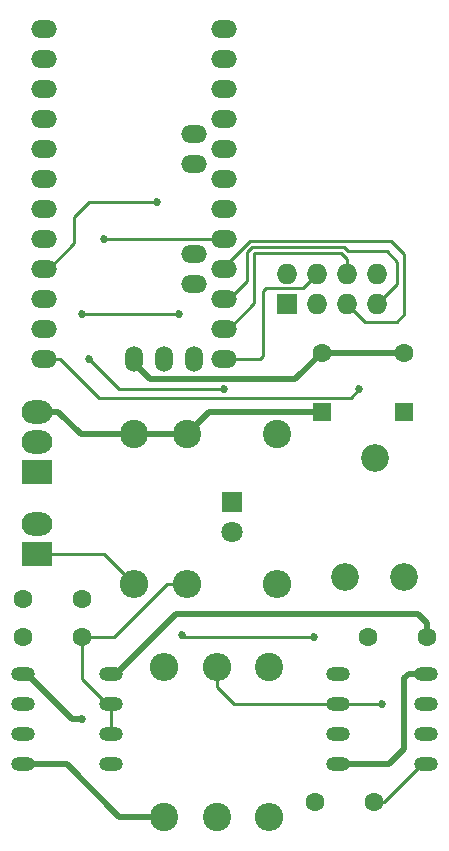
<source format=gbr>
G04 #@! TF.FileFunction,Copper,L1,Top,Mixed*
%FSLAX46Y46*%
G04 Gerber Fmt 4.6, Leading zero omitted, Abs format (unit mm)*
G04 Created by KiCad (PCBNEW 4.0.7) date Thursday, 03 May 2018 'AMt' 11:39:49*
%MOMM*%
%LPD*%
G01*
G04 APERTURE LIST*
%ADD10C,0.100000*%
%ADD11C,1.600000*%
%ADD12R,1.600000X1.600000*%
%ADD13R,1.800000X1.800000*%
%ADD14C,1.800000*%
%ADD15C,2.400000*%
%ADD16O,2.400000X2.400000*%
%ADD17C,2.340000*%
%ADD18O,2.000000X1.200000*%
%ADD19O,1.727200X1.727200*%
%ADD20R,1.727200X1.727200*%
%ADD21O,2.199640X1.501140*%
%ADD22O,1.501140X2.199640*%
%ADD23R,2.600000X2.000000*%
%ADD24O,2.600000X2.000000*%
%ADD25C,0.685800*%
%ADD26C,0.508000*%
%ADD27C,0.254000*%
G04 APERTURE END LIST*
D10*
D11*
X113030000Y-126365000D03*
X108030000Y-126365000D03*
X113030000Y-129540000D03*
X108030000Y-129540000D03*
X142240000Y-129540000D03*
X137240000Y-129540000D03*
D12*
X140335000Y-110490000D03*
D11*
X140335000Y-105490000D03*
D12*
X133350000Y-110490000D03*
D11*
X133350000Y-105490000D03*
X137795000Y-143510000D03*
X132795000Y-143510000D03*
D13*
X125730000Y-118110000D03*
D14*
X125730000Y-120650000D03*
D15*
X117475000Y-112395000D03*
D16*
X117475000Y-125095000D03*
D15*
X121920000Y-112395000D03*
D16*
X121920000Y-125095000D03*
D15*
X120015000Y-144780000D03*
D16*
X120015000Y-132080000D03*
D15*
X128905000Y-132080000D03*
D16*
X128905000Y-144780000D03*
D15*
X124460000Y-144780000D03*
D16*
X124460000Y-132080000D03*
D15*
X129540000Y-112395000D03*
D16*
X129540000Y-125095000D03*
D17*
X135335000Y-124460000D03*
X137835000Y-114460000D03*
X140335000Y-124460000D03*
D18*
X115520000Y-132715000D03*
X108000000Y-132715000D03*
X115520000Y-135255000D03*
X108000000Y-135255000D03*
X115520000Y-137795000D03*
X108000000Y-137795000D03*
X115520000Y-140335000D03*
X108000000Y-140335000D03*
X142190000Y-132715000D03*
X134670000Y-132715000D03*
X142190000Y-135255000D03*
X134670000Y-135255000D03*
X142190000Y-137795000D03*
X134670000Y-137795000D03*
X142190000Y-140335000D03*
X134670000Y-140335000D03*
D19*
X138049000Y-101346000D03*
X138049000Y-98806000D03*
X135509000Y-101346000D03*
X135509000Y-98806000D03*
X132969000Y-101346000D03*
X132969000Y-98806000D03*
D20*
X130429000Y-101346000D03*
D19*
X130429000Y-98806000D03*
D21*
X122555000Y-97155000D03*
X122555000Y-99695000D03*
X109855000Y-78105000D03*
X109855000Y-80645000D03*
X109855000Y-83185000D03*
X109855000Y-85725000D03*
X109855000Y-88265000D03*
X109855000Y-90805000D03*
X109855000Y-93345000D03*
X109855000Y-95885000D03*
X109855000Y-98425000D03*
X109855000Y-100965000D03*
X109855000Y-103505000D03*
X109855000Y-106045000D03*
X125095000Y-106045000D03*
X125095000Y-103505000D03*
X125095000Y-100965000D03*
X125095000Y-98425000D03*
X125095000Y-95885000D03*
X125095000Y-93345000D03*
X125095000Y-90805000D03*
X125095000Y-88265000D03*
X125095000Y-85725000D03*
X125095000Y-83185000D03*
X125095000Y-80645000D03*
X125095000Y-78105000D03*
X122555000Y-89535000D03*
X122555000Y-86995000D03*
D22*
X122555000Y-106045000D03*
X120015000Y-106045000D03*
X117475000Y-106045000D03*
D23*
X109220000Y-115570000D03*
D24*
X109220000Y-113030000D03*
X109220000Y-110490000D03*
D23*
X109220000Y-122555000D03*
D24*
X109220000Y-120015000D03*
D25*
X113030000Y-136525000D03*
X138430000Y-135255000D03*
X121467025Y-129448990D03*
X125095000Y-108585000D03*
X113665000Y-106045000D03*
X132715000Y-129540000D03*
X114935000Y-95885000D03*
X119380000Y-92710000D03*
X121285000Y-102235000D03*
X113030000Y-102235000D03*
X136525000Y-108585000D03*
D26*
X108000000Y-132715000D02*
X108400000Y-132715000D01*
X112210000Y-136525000D02*
X113030000Y-136525000D01*
X108400000Y-132715000D02*
X112210000Y-136525000D01*
X117475000Y-106394250D02*
X117475000Y-106045000D01*
X133350000Y-105490000D02*
X131105902Y-107734098D01*
X131105902Y-107734098D02*
X118814848Y-107734098D01*
X118814848Y-107734098D02*
X117475000Y-106394250D01*
X133350000Y-105490000D02*
X140335000Y-105490000D01*
D27*
X115520000Y-135255000D02*
X115520000Y-137795000D01*
X113030000Y-129540000D02*
X113030000Y-133165000D01*
X113030000Y-133165000D02*
X115120000Y-135255000D01*
X115120000Y-135255000D02*
X115520000Y-135255000D01*
X121920000Y-125095000D02*
X120222944Y-125095000D01*
X120222944Y-125095000D02*
X115777944Y-129540000D01*
X115777944Y-129540000D02*
X113030000Y-129540000D01*
X134670000Y-135255000D02*
X138430000Y-135255000D01*
X124460000Y-132080000D02*
X124460000Y-133777056D01*
X124460000Y-133777056D02*
X125937944Y-135255000D01*
X125937944Y-135255000D02*
X134670000Y-135255000D01*
X142190000Y-140335000D02*
X141790000Y-140335000D01*
X141790000Y-140335000D02*
X138615000Y-143510000D01*
X138615000Y-143510000D02*
X137795000Y-143510000D01*
X132715000Y-129540000D02*
X121558035Y-129540000D01*
X121558035Y-129540000D02*
X121467025Y-129448990D01*
X113665000Y-106045000D02*
X116205000Y-108585000D01*
X116205000Y-108585000D02*
X125095000Y-108585000D01*
X125095000Y-95885000D02*
X114935000Y-95885000D01*
X119380000Y-92710000D02*
X113665000Y-92710000D01*
X110204250Y-98425000D02*
X109855000Y-98425000D01*
X113665000Y-92710000D02*
X112395000Y-93980000D01*
X112395000Y-96234250D02*
X110204250Y-98425000D01*
X112395000Y-93980000D02*
X112395000Y-96234250D01*
X113030000Y-102235000D02*
X121285000Y-102235000D01*
X138049000Y-101346000D02*
X139700000Y-99695000D01*
X139700000Y-99695000D02*
X139700000Y-97790000D01*
X139700000Y-97790000D02*
X138835344Y-96925344D01*
X138835344Y-96925344D02*
X135568092Y-96925344D01*
X135568092Y-96925344D02*
X135188127Y-96545379D01*
X127000000Y-96988130D02*
X127000000Y-99409250D01*
X127000000Y-99409250D02*
X125444250Y-100965000D01*
X125444250Y-100965000D02*
X125095000Y-100965000D01*
X135188127Y-96545379D02*
X127442750Y-96545380D01*
X127442750Y-96545380D02*
X127000000Y-96988130D01*
X125095000Y-98425000D02*
X125479696Y-98040304D01*
X140335000Y-97155000D02*
X140335000Y-102235000D01*
X140335000Y-102235000D02*
X139700000Y-102870000D01*
X137033000Y-102870000D02*
X135509000Y-101346000D01*
X125479696Y-98040304D02*
X125479696Y-97790000D01*
X125479696Y-97790000D02*
X127232326Y-96037370D01*
X127232326Y-96037370D02*
X139217368Y-96037368D01*
X139217368Y-96037368D02*
X140335000Y-97155000D01*
X139700000Y-102870000D02*
X137033000Y-102870000D01*
X135509000Y-98806000D02*
X135509000Y-97584686D01*
X135509000Y-97584686D02*
X134977703Y-97053389D01*
X134977703Y-97053389D02*
X127653175Y-97053389D01*
X127653175Y-97053389D02*
X127635000Y-97071564D01*
X127635000Y-97071564D02*
X127635000Y-101314250D01*
X127635000Y-101314250D02*
X125444250Y-103505000D01*
X125444250Y-103505000D02*
X125095000Y-103505000D01*
X111208820Y-106045000D02*
X114472722Y-109308902D01*
X109855000Y-106045000D02*
X111208820Y-106045000D01*
X135801098Y-109308902D02*
X136525000Y-108585000D01*
X114472722Y-109308902D02*
X135801098Y-109308902D01*
X128143002Y-106045000D02*
X125095000Y-106045000D01*
X128396990Y-105791012D02*
X128143002Y-106045000D01*
X128396990Y-100286446D02*
X128396990Y-105791012D01*
X128632835Y-100050601D02*
X128396990Y-100286446D01*
X131724399Y-100050601D02*
X128632835Y-100050601D01*
X132969000Y-98806000D02*
X131724399Y-100050601D01*
D26*
X142240000Y-129540000D02*
X142240000Y-128408630D01*
X142240000Y-128408630D02*
X141466370Y-127635000D01*
X141466370Y-127635000D02*
X121000000Y-127635000D01*
X121000000Y-127635000D02*
X115920000Y-132715000D01*
X115920000Y-132715000D02*
X115520000Y-132715000D01*
X142240000Y-129540000D02*
X142240000Y-128881558D01*
X112933000Y-112395000D02*
X117475000Y-112395000D01*
X109220000Y-110490000D02*
X111028000Y-110490000D01*
X111028000Y-110490000D02*
X112933000Y-112395000D01*
X139065000Y-140335000D02*
X134670000Y-140335000D01*
X140335000Y-139065000D02*
X139065000Y-140335000D01*
X140335000Y-133062000D02*
X140335000Y-139065000D01*
X142190000Y-132715000D02*
X140682000Y-132715000D01*
X140682000Y-132715000D02*
X140335000Y-133062000D01*
X111760000Y-140335000D02*
X116205000Y-144780000D01*
X116205000Y-144780000D02*
X120015000Y-144780000D01*
X108000000Y-140335000D02*
X111760000Y-140335000D01*
X121920000Y-112395000D02*
X123825000Y-110490000D01*
X123825000Y-110490000D02*
X133350000Y-110490000D01*
X117475000Y-112395000D02*
X121920000Y-112395000D01*
D27*
X109220000Y-122555000D02*
X114935000Y-122555000D01*
X114935000Y-122555000D02*
X117475000Y-125095000D01*
M02*

</source>
